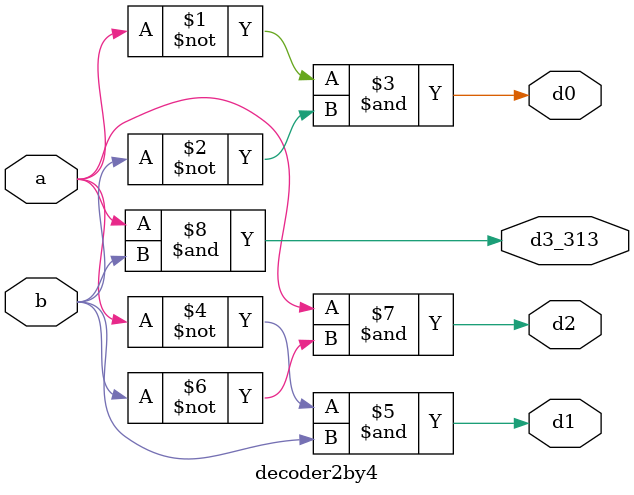
<source format=v>
`timescale 1ns / 1ps
module decoder2by4(d3_313,d2,d1,d0,a,b);
input a,b;
output d3_313,d2,d1,d0;
assign d0=~a&~b;  
assign d1=~a&b;   
assign d2=a&~b;
assign d3_313=a&b;


endmodule

</source>
